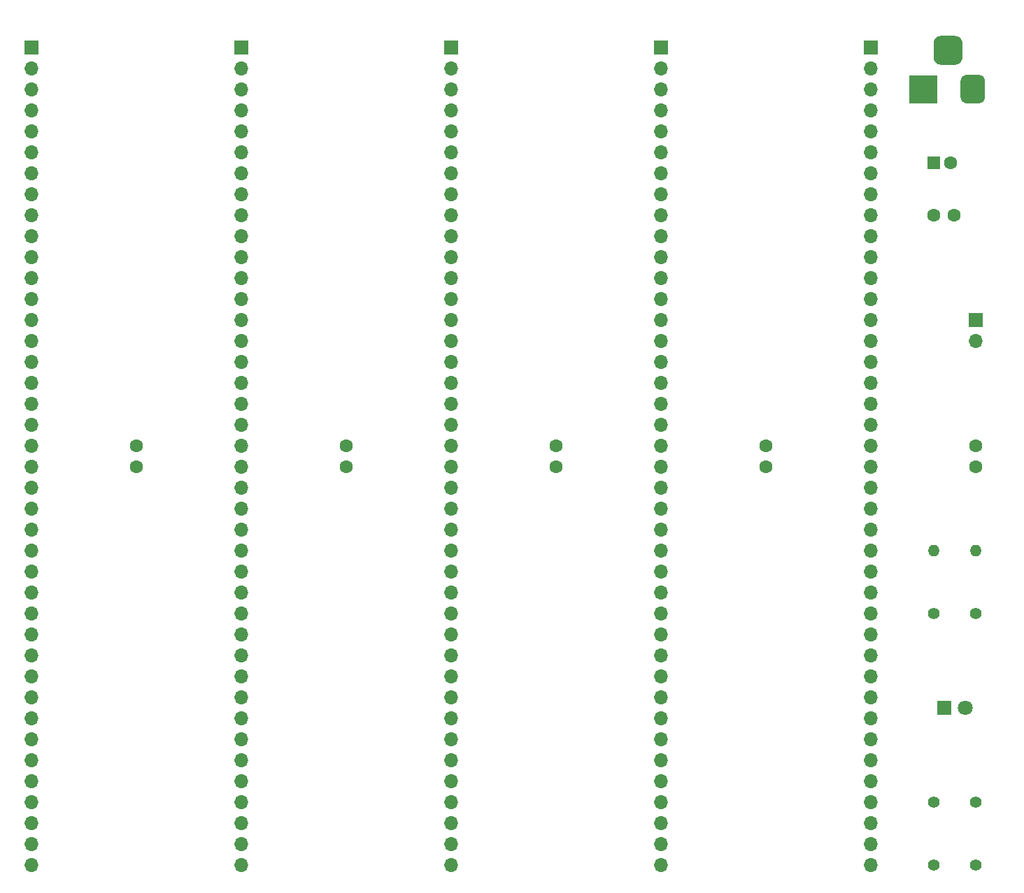
<source format=gbr>
%TF.GenerationSoftware,KiCad,Pcbnew,5.1.9+dfsg1-1*%
%TF.CreationDate,2021-08-13T01:52:04-07:00*%
%TF.ProjectId,Bus2021A_5Slot,42757332-3032-4314-915f-35536c6f742e,0*%
%TF.SameCoordinates,Original*%
%TF.FileFunction,Soldermask,Top*%
%TF.FilePolarity,Negative*%
%FSLAX46Y46*%
G04 Gerber Fmt 4.6, Leading zero omitted, Abs format (unit mm)*
G04 Created by KiCad (PCBNEW 5.1.9+dfsg1-1) date 2021-08-13 01:52:04*
%MOMM*%
%LPD*%
G01*
G04 APERTURE LIST*
%ADD10C,1.600000*%
%ADD11R,1.600000X1.600000*%
%ADD12O,1.700000X1.700000*%
%ADD13R,1.700000X1.700000*%
%ADD14R,1.800000X1.800000*%
%ADD15C,1.800000*%
%ADD16R,3.500000X3.500000*%
%ADD17C,1.400000*%
%ADD18O,1.400000X1.400000*%
%ADD19C,1.397000*%
G04 APERTURE END LIST*
D10*
%TO.C,C1*%
X39370000Y-72390000D03*
X39370000Y-69890000D03*
%TD*%
%TO.C,C2*%
X64770000Y-69890000D03*
X64770000Y-72390000D03*
%TD*%
%TO.C,C3*%
X90170000Y-72390000D03*
X90170000Y-69890000D03*
%TD*%
%TO.C,C4*%
X115570000Y-69890000D03*
X115570000Y-72390000D03*
%TD*%
%TO.C,C5*%
X140970000Y-72390000D03*
X140970000Y-69890000D03*
%TD*%
D11*
%TO.C,C6*%
X135890000Y-35560000D03*
D10*
X137890000Y-35560000D03*
%TD*%
%TO.C,C7*%
X138390000Y-41910000D03*
X135890000Y-41910000D03*
%TD*%
D12*
%TO.C,Con1*%
X128270000Y-120650000D03*
X128270000Y-118110000D03*
X128270000Y-115570000D03*
X128270000Y-113030000D03*
X128270000Y-110490000D03*
X128270000Y-107950000D03*
X128270000Y-105410000D03*
X128270000Y-102870000D03*
X128270000Y-100330000D03*
X128270000Y-97790000D03*
X128270000Y-95250000D03*
X128270000Y-92710000D03*
X128270000Y-90170000D03*
X128270000Y-87630000D03*
X128270000Y-85090000D03*
X128270000Y-82550000D03*
X128270000Y-80010000D03*
X128270000Y-77470000D03*
X128270000Y-74930000D03*
X128270000Y-72390000D03*
X128270000Y-69850000D03*
X128270000Y-67310000D03*
X128270000Y-64770000D03*
X128270000Y-62230000D03*
X128270000Y-59690000D03*
X128270000Y-57150000D03*
X128270000Y-54610000D03*
X128270000Y-52070000D03*
X128270000Y-49530000D03*
X128270000Y-46990000D03*
X128270000Y-44450000D03*
X128270000Y-41910000D03*
X128270000Y-39370000D03*
X128270000Y-36830000D03*
X128270000Y-34290000D03*
X128270000Y-31750000D03*
X128270000Y-29210000D03*
X128270000Y-26670000D03*
X128270000Y-24130000D03*
D13*
X128270000Y-21590000D03*
%TD*%
%TO.C,Con2*%
X102870000Y-21590000D03*
D12*
X102870000Y-24130000D03*
X102870000Y-26670000D03*
X102870000Y-29210000D03*
X102870000Y-31750000D03*
X102870000Y-34290000D03*
X102870000Y-36830000D03*
X102870000Y-39370000D03*
X102870000Y-41910000D03*
X102870000Y-44450000D03*
X102870000Y-46990000D03*
X102870000Y-49530000D03*
X102870000Y-52070000D03*
X102870000Y-54610000D03*
X102870000Y-57150000D03*
X102870000Y-59690000D03*
X102870000Y-62230000D03*
X102870000Y-64770000D03*
X102870000Y-67310000D03*
X102870000Y-69850000D03*
X102870000Y-72390000D03*
X102870000Y-74930000D03*
X102870000Y-77470000D03*
X102870000Y-80010000D03*
X102870000Y-82550000D03*
X102870000Y-85090000D03*
X102870000Y-87630000D03*
X102870000Y-90170000D03*
X102870000Y-92710000D03*
X102870000Y-95250000D03*
X102870000Y-97790000D03*
X102870000Y-100330000D03*
X102870000Y-102870000D03*
X102870000Y-105410000D03*
X102870000Y-107950000D03*
X102870000Y-110490000D03*
X102870000Y-113030000D03*
X102870000Y-115570000D03*
X102870000Y-118110000D03*
X102870000Y-120650000D03*
%TD*%
D13*
%TO.C,Con3*%
X77470000Y-21590000D03*
D12*
X77470000Y-24130000D03*
X77470000Y-26670000D03*
X77470000Y-29210000D03*
X77470000Y-31750000D03*
X77470000Y-34290000D03*
X77470000Y-36830000D03*
X77470000Y-39370000D03*
X77470000Y-41910000D03*
X77470000Y-44450000D03*
X77470000Y-46990000D03*
X77470000Y-49530000D03*
X77470000Y-52070000D03*
X77470000Y-54610000D03*
X77470000Y-57150000D03*
X77470000Y-59690000D03*
X77470000Y-62230000D03*
X77470000Y-64770000D03*
X77470000Y-67310000D03*
X77470000Y-69850000D03*
X77470000Y-72390000D03*
X77470000Y-74930000D03*
X77470000Y-77470000D03*
X77470000Y-80010000D03*
X77470000Y-82550000D03*
X77470000Y-85090000D03*
X77470000Y-87630000D03*
X77470000Y-90170000D03*
X77470000Y-92710000D03*
X77470000Y-95250000D03*
X77470000Y-97790000D03*
X77470000Y-100330000D03*
X77470000Y-102870000D03*
X77470000Y-105410000D03*
X77470000Y-107950000D03*
X77470000Y-110490000D03*
X77470000Y-113030000D03*
X77470000Y-115570000D03*
X77470000Y-118110000D03*
X77470000Y-120650000D03*
%TD*%
D13*
%TO.C,Con4*%
X52070000Y-21590000D03*
D12*
X52070000Y-24130000D03*
X52070000Y-26670000D03*
X52070000Y-29210000D03*
X52070000Y-31750000D03*
X52070000Y-34290000D03*
X52070000Y-36830000D03*
X52070000Y-39370000D03*
X52070000Y-41910000D03*
X52070000Y-44450000D03*
X52070000Y-46990000D03*
X52070000Y-49530000D03*
X52070000Y-52070000D03*
X52070000Y-54610000D03*
X52070000Y-57150000D03*
X52070000Y-59690000D03*
X52070000Y-62230000D03*
X52070000Y-64770000D03*
X52070000Y-67310000D03*
X52070000Y-69850000D03*
X52070000Y-72390000D03*
X52070000Y-74930000D03*
X52070000Y-77470000D03*
X52070000Y-80010000D03*
X52070000Y-82550000D03*
X52070000Y-85090000D03*
X52070000Y-87630000D03*
X52070000Y-90170000D03*
X52070000Y-92710000D03*
X52070000Y-95250000D03*
X52070000Y-97790000D03*
X52070000Y-100330000D03*
X52070000Y-102870000D03*
X52070000Y-105410000D03*
X52070000Y-107950000D03*
X52070000Y-110490000D03*
X52070000Y-113030000D03*
X52070000Y-115570000D03*
X52070000Y-118110000D03*
X52070000Y-120650000D03*
%TD*%
%TO.C,Con5*%
X26670000Y-120650000D03*
X26670000Y-118110000D03*
X26670000Y-115570000D03*
X26670000Y-113030000D03*
X26670000Y-110490000D03*
X26670000Y-107950000D03*
X26670000Y-105410000D03*
X26670000Y-102870000D03*
X26670000Y-100330000D03*
X26670000Y-97790000D03*
X26670000Y-95250000D03*
X26670000Y-92710000D03*
X26670000Y-90170000D03*
X26670000Y-87630000D03*
X26670000Y-85090000D03*
X26670000Y-82550000D03*
X26670000Y-80010000D03*
X26670000Y-77470000D03*
X26670000Y-74930000D03*
X26670000Y-72390000D03*
X26670000Y-69850000D03*
X26670000Y-67310000D03*
X26670000Y-64770000D03*
X26670000Y-62230000D03*
X26670000Y-59690000D03*
X26670000Y-57150000D03*
X26670000Y-54610000D03*
X26670000Y-52070000D03*
X26670000Y-49530000D03*
X26670000Y-46990000D03*
X26670000Y-44450000D03*
X26670000Y-41910000D03*
X26670000Y-39370000D03*
X26670000Y-36830000D03*
X26670000Y-34290000D03*
X26670000Y-31750000D03*
X26670000Y-29210000D03*
X26670000Y-26670000D03*
X26670000Y-24130000D03*
D13*
X26670000Y-21590000D03*
%TD*%
D14*
%TO.C,D1*%
X137160000Y-101600000D03*
D15*
X139700000Y-101600000D03*
%TD*%
D16*
%TO.C,J1*%
X134620000Y-26670000D03*
G36*
G01*
X142120000Y-25670000D02*
X142120000Y-27670000D01*
G75*
G02*
X141370000Y-28420000I-750000J0D01*
G01*
X139870000Y-28420000D01*
G75*
G02*
X139120000Y-27670000I0J750000D01*
G01*
X139120000Y-25670000D01*
G75*
G02*
X139870000Y-24920000I750000J0D01*
G01*
X141370000Y-24920000D01*
G75*
G02*
X142120000Y-25670000I0J-750000D01*
G01*
G37*
G36*
G01*
X139370000Y-21095000D02*
X139370000Y-22845000D01*
G75*
G02*
X138495000Y-23720000I-875000J0D01*
G01*
X136745000Y-23720000D01*
G75*
G02*
X135870000Y-22845000I0J875000D01*
G01*
X135870000Y-21095000D01*
G75*
G02*
X136745000Y-20220000I875000J0D01*
G01*
X138495000Y-20220000D01*
G75*
G02*
X139370000Y-21095000I0J-875000D01*
G01*
G37*
%TD*%
D17*
%TO.C,R1*%
X135890000Y-90170000D03*
D18*
X135890000Y-82550000D03*
%TD*%
%TO.C,R2*%
X140970000Y-82550000D03*
D17*
X140970000Y-90170000D03*
%TD*%
D19*
%TO.C,SW1*%
X140970000Y-120650000D03*
X135890000Y-120650000D03*
X140970000Y-113030000D03*
X135890000Y-113030000D03*
%TD*%
D13*
%TO.C,SW2*%
X140970000Y-54610000D03*
D12*
X140970000Y-57150000D03*
%TD*%
M02*

</source>
